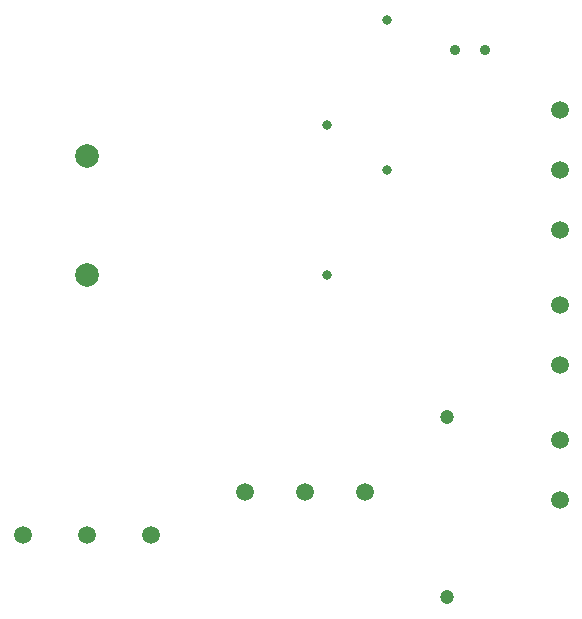
<source format=gbr>
%TF.GenerationSoftware,KiCad,Pcbnew,(6.0.9)*%
%TF.CreationDate,2022-12-04T21:19:44+11:00*%
%TF.ProjectId,Coilgun 1.3,436f696c-6775-46e2-9031-2e332e6b6963,1.3*%
%TF.SameCoordinates,Original*%
%TF.FileFunction,Plated,1,2,PTH,Drill*%
%TF.FilePolarity,Positive*%
%FSLAX46Y46*%
G04 Gerber Fmt 4.6, Leading zero omitted, Abs format (unit mm)*
G04 Created by KiCad (PCBNEW (6.0.9)) date 2022-12-04 21:19:44*
%MOMM*%
%LPD*%
G01*
G04 APERTURE LIST*
%TA.AperFunction,ComponentDrill*%
%ADD10C,0.800000*%
%TD*%
%TA.AperFunction,ComponentDrill*%
%ADD11C,0.900000*%
%TD*%
%TA.AperFunction,ComponentDrill*%
%ADD12C,1.200000*%
%TD*%
%TA.AperFunction,ComponentDrill*%
%ADD13C,1.500000*%
%TD*%
%TA.AperFunction,ComponentDrill*%
%ADD14C,1.520000*%
%TD*%
%TA.AperFunction,ComponentDrill*%
%ADD15C,2.000000*%
%TD*%
G04 APERTURE END LIST*
D10*
%TO.C,R1*%
X170815000Y-73660000D03*
X170815000Y-86360000D03*
%TO.C,R2*%
X175895000Y-64770000D03*
X175895000Y-77470000D03*
D11*
%TO.C,D1*%
X181605000Y-67310000D03*
X184145000Y-67310000D03*
D12*
%TO.C,D3*%
X180975000Y-98425000D03*
X180975000Y-113665000D03*
D13*
%TO.C,D2*%
X145045000Y-108405000D03*
X150495000Y-108405000D03*
X155945000Y-108405000D03*
D14*
%TO.C,J2*%
X163830000Y-104775000D03*
X168910000Y-104775000D03*
X173990000Y-104775000D03*
%TO.C,J1*%
X190500000Y-72390000D03*
X190500000Y-77470000D03*
X190500000Y-82550000D03*
%TO.C,J3*%
X190500000Y-88900000D03*
X190500000Y-93980000D03*
%TO.C,J4*%
X190500000Y-100330000D03*
X190500000Y-105410000D03*
D15*
%TO.C,C1*%
X150495000Y-76345499D03*
X150495000Y-86345499D03*
M02*

</source>
